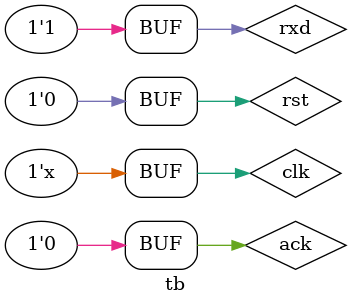
<source format=v>
`timescale 1ns / 1ps
/*
    uartrx receives data on coded in UART
    Copyright (C) 2013  Sagar G V
    E-mail : sagar.writeme@gmail.com

    This program is free software: you can redistribute it and/or modify
    it under the terms of the GNU Affero General Public License as published by
    the Free Software Foundation, either version 3 of the License, or
    (at your option) any later version.

    This program is distributed in the hope that it will be useful,
    but WITHOUT ANY WARRANTY; without even the implied warranty of
    MERCHANTABILITY or FITNESS FOR A PARTICULAR PURPOSE.  See the
    GNU Affero General Public License for more details.

    You should have received a copy of the GNU Affero General Public License
    along with this program.  If not, see <http://www.gnu.org/licenses/>.
*///////////////////////////////////////////////////////////////

module tb;

	// Inputs
	reg clk;
	reg rst;
	reg rxd;
	reg ack;

	// Outputs
	wire [7:0] data;
	wire req;

	// Instantiate the Unit Under Test (UUT)
	uartrx #(.div(100)) uut (
		.clk(clk), 
		.rst(rst), 
		.rxd(rxd), 
		.data(data), 
		.req(req), 
		.ack(ack)
	);

	initial begin
		// Initialize Inputs
		clk = 0;
		rst = 1;
		rxd = 1;
		ack = 0;

		// Wait 100 ns for global reset to finish
		#100;
      rst = 0;
		// Add stimulus here
		
		#1000;
		
		// sending 0x55
		rxd = 0;
		#1000; // sending start bit
		rxd = 1;
		#1000; // sending lsb (whats above this)
		rxd = 0;
		#1000; // sending next bit
		rxd = 1;
		#1000; // sending next bit
		rxd = 0;
		#1000; // sending next bit
		rxd = 1;
		#1000; // sending next bit
		rxd = 0;
		#1000; // sending next bit
		rxd = 1;
		#1000; // sending next bit
		rxd = 0;
		#1000; // sending msb
		rxd = 1;
		#1000; // sending stop
		
		// sending 0x12
		rxd = 0;
		#1000; // sending start bit
		rxd = 0;
		#1000; // sending lsb (whats above this)
		rxd = 1;
		#1000; // sending next bit
		rxd = 0;
		#1000; // sending next bit
		rxd = 0;
		#1000; // sending next bit
		rxd = 1;
		#1000; // sending next bit
		rxd = 0;
		#1000; // sending next bit
		rxd = 0;
		#1000; // sending next bit
		rxd = 0;
		#1000; // sending msb
		rxd = 1;
		#1000; // sending stop
		 
		#3535;
		// sending 0xB3
		rxd = 0;
		#1000; // sending start bit
		rxd = 1;
		#1000; // sending lsb (whats above this)
		rxd = 1;
		#1000; // sending next bit
		rxd = 0;
		#1000; // sending next bit
		rxd = 0;
		#1000; // sending next bit
		rxd = 1;
		#1000; // sending next bit
		rxd = 1;
		#1000; // sending next bit
		rxd = 0;
		#1000; // sending next bit
		rxd = 1;
		#1000; // sending msb
		rxd = 1;
		#1000; // sending stop
		
		#2000;

	end
	
	always begin
		#5 clk = ~clk;
	end
      
endmodule


</source>
